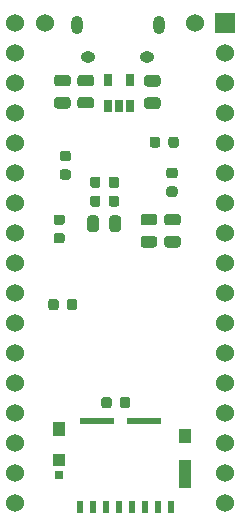
<source format=gbs>
%TF.GenerationSoftware,KiCad,Pcbnew,(5.1.10-1-10_14)*%
%TF.CreationDate,2021-05-30T00:03:35-07:00*%
%TF.ProjectId,BetsyBoard,42657473-7942-46f6-9172-642e6b696361,rev?*%
%TF.SameCoordinates,Original*%
%TF.FileFunction,Soldermask,Bot*%
%TF.FilePolarity,Negative*%
%FSLAX46Y46*%
G04 Gerber Fmt 4.6, Leading zero omitted, Abs format (unit mm)*
G04 Created by KiCad (PCBNEW (5.1.10-1-10_14)) date 2021-05-30 00:03:35*
%MOMM*%
%LPD*%
G01*
G04 APERTURE LIST*
%ADD10R,1.700000X1.700000*%
%ADD11O,1.000000X1.550000*%
%ADD12O,1.250000X0.950000*%
%ADD13R,0.650000X1.060000*%
%ADD14R,2.910000X0.550000*%
%ADD15R,1.050000X1.200000*%
%ADD16R,1.050000X1.080000*%
%ADD17R,0.720000X0.780000*%
%ADD18R,1.050000X2.390000*%
%ADD19R,0.500000X1.000000*%
%ADD20C,1.524000*%
G04 APERTURE END LIST*
D10*
%TO.C,P6*%
X124917200Y-59740800D03*
%TD*%
%TO.C,F1*%
G36*
G01*
X110718750Y-66025000D02*
X111631250Y-66025000D01*
G75*
G02*
X111875000Y-66268750I0J-243750D01*
G01*
X111875000Y-66756250D01*
G75*
G02*
X111631250Y-67000000I-243750J0D01*
G01*
X110718750Y-67000000D01*
G75*
G02*
X110475000Y-66756250I0J243750D01*
G01*
X110475000Y-66268750D01*
G75*
G02*
X110718750Y-66025000I243750J0D01*
G01*
G37*
G36*
G01*
X110718750Y-64150000D02*
X111631250Y-64150000D01*
G75*
G02*
X111875000Y-64393750I0J-243750D01*
G01*
X111875000Y-64881250D01*
G75*
G02*
X111631250Y-65125000I-243750J0D01*
G01*
X110718750Y-65125000D01*
G75*
G02*
X110475000Y-64881250I0J243750D01*
G01*
X110475000Y-64393750D01*
G75*
G02*
X110718750Y-64150000I243750J0D01*
G01*
G37*
%TD*%
D11*
%TO.C,J1*%
X112374800Y-59969400D03*
X119374800Y-59969400D03*
D12*
X113374800Y-62669400D03*
X118374800Y-62669400D03*
%TD*%
D13*
%TO.C,U1*%
X116920000Y-64620000D03*
X115020000Y-64620000D03*
X115020000Y-66820000D03*
X115970000Y-66820000D03*
X116920000Y-66820000D03*
%TD*%
%TO.C,C10*%
G36*
G01*
X120193750Y-73600000D02*
X120706250Y-73600000D01*
G75*
G02*
X120925000Y-73818750I0J-218750D01*
G01*
X120925000Y-74256250D01*
G75*
G02*
X120706250Y-74475000I-218750J0D01*
G01*
X120193750Y-74475000D01*
G75*
G02*
X119975000Y-74256250I0J218750D01*
G01*
X119975000Y-73818750D01*
G75*
G02*
X120193750Y-73600000I218750J0D01*
G01*
G37*
G36*
G01*
X120193750Y-72025000D02*
X120706250Y-72025000D01*
G75*
G02*
X120925000Y-72243750I0J-218750D01*
G01*
X120925000Y-72681250D01*
G75*
G02*
X120706250Y-72900000I-218750J0D01*
G01*
X120193750Y-72900000D01*
G75*
G02*
X119975000Y-72681250I0J218750D01*
G01*
X119975000Y-72243750D01*
G75*
G02*
X120193750Y-72025000I218750J0D01*
G01*
G37*
%TD*%
D14*
%TO.C,J2*%
X114110000Y-93465000D03*
D15*
X110880000Y-94145000D03*
D16*
X110880000Y-96755000D03*
D17*
X110905000Y-98025000D03*
D14*
X118125000Y-93465000D03*
D15*
X121530000Y-94715000D03*
D18*
X121530000Y-97905000D03*
D19*
X120355000Y-100705000D03*
X119255000Y-100705000D03*
X118155000Y-100705000D03*
X117055000Y-100705000D03*
X115955000Y-100705000D03*
X114855000Y-100705000D03*
X113755000Y-100705000D03*
X112655000Y-100705000D03*
%TD*%
%TO.C,R2*%
G36*
G01*
X120150000Y-70106250D02*
X120150000Y-69593750D01*
G75*
G02*
X120368750Y-69375000I218750J0D01*
G01*
X120806250Y-69375000D01*
G75*
G02*
X121025000Y-69593750I0J-218750D01*
G01*
X121025000Y-70106250D01*
G75*
G02*
X120806250Y-70325000I-218750J0D01*
G01*
X120368750Y-70325000D01*
G75*
G02*
X120150000Y-70106250I0J218750D01*
G01*
G37*
G36*
G01*
X118575000Y-70106250D02*
X118575000Y-69593750D01*
G75*
G02*
X118793750Y-69375000I218750J0D01*
G01*
X119231250Y-69375000D01*
G75*
G02*
X119450000Y-69593750I0J-218750D01*
G01*
X119450000Y-70106250D01*
G75*
G02*
X119231250Y-70325000I-218750J0D01*
G01*
X118793750Y-70325000D01*
G75*
G02*
X118575000Y-70106250I0J218750D01*
G01*
G37*
%TD*%
%TO.C,C15*%
G36*
G01*
X110850000Y-83343750D02*
X110850000Y-83856250D01*
G75*
G02*
X110631250Y-84075000I-218750J0D01*
G01*
X110193750Y-84075000D01*
G75*
G02*
X109975000Y-83856250I0J218750D01*
G01*
X109975000Y-83343750D01*
G75*
G02*
X110193750Y-83125000I218750J0D01*
G01*
X110631250Y-83125000D01*
G75*
G02*
X110850000Y-83343750I0J-218750D01*
G01*
G37*
G36*
G01*
X112425000Y-83343750D02*
X112425000Y-83856250D01*
G75*
G02*
X112206250Y-84075000I-218750J0D01*
G01*
X111768750Y-84075000D01*
G75*
G02*
X111550000Y-83856250I0J218750D01*
G01*
X111550000Y-83343750D01*
G75*
G02*
X111768750Y-83125000I218750J0D01*
G01*
X112206250Y-83125000D01*
G75*
G02*
X112425000Y-83343750I0J-218750D01*
G01*
G37*
%TD*%
%TO.C,C11*%
G36*
G01*
X115350000Y-91643750D02*
X115350000Y-92156250D01*
G75*
G02*
X115131250Y-92375000I-218750J0D01*
G01*
X114693750Y-92375000D01*
G75*
G02*
X114475000Y-92156250I0J218750D01*
G01*
X114475000Y-91643750D01*
G75*
G02*
X114693750Y-91425000I218750J0D01*
G01*
X115131250Y-91425000D01*
G75*
G02*
X115350000Y-91643750I0J-218750D01*
G01*
G37*
G36*
G01*
X116925000Y-91643750D02*
X116925000Y-92156250D01*
G75*
G02*
X116706250Y-92375000I-218750J0D01*
G01*
X116268750Y-92375000D01*
G75*
G02*
X116050000Y-92156250I0J218750D01*
G01*
X116050000Y-91643750D01*
G75*
G02*
X116268750Y-91425000I218750J0D01*
G01*
X116706250Y-91425000D01*
G75*
G02*
X116925000Y-91643750I0J-218750D01*
G01*
G37*
%TD*%
%TO.C,C14*%
G36*
G01*
X110643750Y-77550000D02*
X111156250Y-77550000D01*
G75*
G02*
X111375000Y-77768750I0J-218750D01*
G01*
X111375000Y-78206250D01*
G75*
G02*
X111156250Y-78425000I-218750J0D01*
G01*
X110643750Y-78425000D01*
G75*
G02*
X110425000Y-78206250I0J218750D01*
G01*
X110425000Y-77768750D01*
G75*
G02*
X110643750Y-77550000I218750J0D01*
G01*
G37*
G36*
G01*
X110643750Y-75975000D02*
X111156250Y-75975000D01*
G75*
G02*
X111375000Y-76193750I0J-218750D01*
G01*
X111375000Y-76631250D01*
G75*
G02*
X111156250Y-76850000I-218750J0D01*
G01*
X110643750Y-76850000D01*
G75*
G02*
X110425000Y-76631250I0J218750D01*
G01*
X110425000Y-76193750D01*
G75*
G02*
X110643750Y-75975000I218750J0D01*
G01*
G37*
%TD*%
%TO.C,C2*%
G36*
G01*
X118343750Y-66050000D02*
X119256250Y-66050000D01*
G75*
G02*
X119500000Y-66293750I0J-243750D01*
G01*
X119500000Y-66781250D01*
G75*
G02*
X119256250Y-67025000I-243750J0D01*
G01*
X118343750Y-67025000D01*
G75*
G02*
X118100000Y-66781250I0J243750D01*
G01*
X118100000Y-66293750D01*
G75*
G02*
X118343750Y-66050000I243750J0D01*
G01*
G37*
G36*
G01*
X118343750Y-64175000D02*
X119256250Y-64175000D01*
G75*
G02*
X119500000Y-64418750I0J-243750D01*
G01*
X119500000Y-64906250D01*
G75*
G02*
X119256250Y-65150000I-243750J0D01*
G01*
X118343750Y-65150000D01*
G75*
G02*
X118100000Y-64906250I0J243750D01*
G01*
X118100000Y-64418750D01*
G75*
G02*
X118343750Y-64175000I243750J0D01*
G01*
G37*
%TD*%
%TO.C,C13*%
G36*
G01*
X118043750Y-77800000D02*
X118956250Y-77800000D01*
G75*
G02*
X119200000Y-78043750I0J-243750D01*
G01*
X119200000Y-78531250D01*
G75*
G02*
X118956250Y-78775000I-243750J0D01*
G01*
X118043750Y-78775000D01*
G75*
G02*
X117800000Y-78531250I0J243750D01*
G01*
X117800000Y-78043750D01*
G75*
G02*
X118043750Y-77800000I243750J0D01*
G01*
G37*
G36*
G01*
X118043750Y-75925000D02*
X118956250Y-75925000D01*
G75*
G02*
X119200000Y-76168750I0J-243750D01*
G01*
X119200000Y-76656250D01*
G75*
G02*
X118956250Y-76900000I-243750J0D01*
G01*
X118043750Y-76900000D01*
G75*
G02*
X117800000Y-76656250I0J243750D01*
G01*
X117800000Y-76168750D01*
G75*
G02*
X118043750Y-75925000I243750J0D01*
G01*
G37*
%TD*%
%TO.C,C12*%
G36*
G01*
X120043750Y-77800000D02*
X120956250Y-77800000D01*
G75*
G02*
X121200000Y-78043750I0J-243750D01*
G01*
X121200000Y-78531250D01*
G75*
G02*
X120956250Y-78775000I-243750J0D01*
G01*
X120043750Y-78775000D01*
G75*
G02*
X119800000Y-78531250I0J243750D01*
G01*
X119800000Y-78043750D01*
G75*
G02*
X120043750Y-77800000I243750J0D01*
G01*
G37*
G36*
G01*
X120043750Y-75925000D02*
X120956250Y-75925000D01*
G75*
G02*
X121200000Y-76168750I0J-243750D01*
G01*
X121200000Y-76656250D01*
G75*
G02*
X120956250Y-76900000I-243750J0D01*
G01*
X120043750Y-76900000D01*
G75*
G02*
X119800000Y-76656250I0J243750D01*
G01*
X119800000Y-76168750D01*
G75*
G02*
X120043750Y-75925000I243750J0D01*
G01*
G37*
%TD*%
%TO.C,C16*%
G36*
G01*
X111163750Y-72162000D02*
X111676250Y-72162000D01*
G75*
G02*
X111895000Y-72380750I0J-218750D01*
G01*
X111895000Y-72818250D01*
G75*
G02*
X111676250Y-73037000I-218750J0D01*
G01*
X111163750Y-73037000D01*
G75*
G02*
X110945000Y-72818250I0J218750D01*
G01*
X110945000Y-72380750D01*
G75*
G02*
X111163750Y-72162000I218750J0D01*
G01*
G37*
G36*
G01*
X111163750Y-70587000D02*
X111676250Y-70587000D01*
G75*
G02*
X111895000Y-70805750I0J-218750D01*
G01*
X111895000Y-71243250D01*
G75*
G02*
X111676250Y-71462000I-218750J0D01*
G01*
X111163750Y-71462000D01*
G75*
G02*
X110945000Y-71243250I0J218750D01*
G01*
X110945000Y-70805750D01*
G75*
G02*
X111163750Y-70587000I218750J0D01*
G01*
G37*
%TD*%
%TO.C,C6*%
G36*
G01*
X115100000Y-75106250D02*
X115100000Y-74593750D01*
G75*
G02*
X115318750Y-74375000I218750J0D01*
G01*
X115756250Y-74375000D01*
G75*
G02*
X115975000Y-74593750I0J-218750D01*
G01*
X115975000Y-75106250D01*
G75*
G02*
X115756250Y-75325000I-218750J0D01*
G01*
X115318750Y-75325000D01*
G75*
G02*
X115100000Y-75106250I0J218750D01*
G01*
G37*
G36*
G01*
X113525000Y-75106250D02*
X113525000Y-74593750D01*
G75*
G02*
X113743750Y-74375000I218750J0D01*
G01*
X114181250Y-74375000D01*
G75*
G02*
X114400000Y-74593750I0J-218750D01*
G01*
X114400000Y-75106250D01*
G75*
G02*
X114181250Y-75325000I-218750J0D01*
G01*
X113743750Y-75325000D01*
G75*
G02*
X113525000Y-75106250I0J218750D01*
G01*
G37*
%TD*%
%TO.C,C5*%
G36*
G01*
X115100000Y-73506250D02*
X115100000Y-72993750D01*
G75*
G02*
X115318750Y-72775000I218750J0D01*
G01*
X115756250Y-72775000D01*
G75*
G02*
X115975000Y-72993750I0J-218750D01*
G01*
X115975000Y-73506250D01*
G75*
G02*
X115756250Y-73725000I-218750J0D01*
G01*
X115318750Y-73725000D01*
G75*
G02*
X115100000Y-73506250I0J218750D01*
G01*
G37*
G36*
G01*
X113525000Y-73506250D02*
X113525000Y-72993750D01*
G75*
G02*
X113743750Y-72775000I218750J0D01*
G01*
X114181250Y-72775000D01*
G75*
G02*
X114400000Y-72993750I0J-218750D01*
G01*
X114400000Y-73506250D01*
G75*
G02*
X114181250Y-73725000I-218750J0D01*
G01*
X113743750Y-73725000D01*
G75*
G02*
X113525000Y-73506250I0J218750D01*
G01*
G37*
%TD*%
%TO.C,FB2*%
G36*
G01*
X115150000Y-77206250D02*
X115150000Y-76293750D01*
G75*
G02*
X115393750Y-76050000I243750J0D01*
G01*
X115881250Y-76050000D01*
G75*
G02*
X116125000Y-76293750I0J-243750D01*
G01*
X116125000Y-77206250D01*
G75*
G02*
X115881250Y-77450000I-243750J0D01*
G01*
X115393750Y-77450000D01*
G75*
G02*
X115150000Y-77206250I0J243750D01*
G01*
G37*
G36*
G01*
X113275000Y-77206250D02*
X113275000Y-76293750D01*
G75*
G02*
X113518750Y-76050000I243750J0D01*
G01*
X114006250Y-76050000D01*
G75*
G02*
X114250000Y-76293750I0J-243750D01*
G01*
X114250000Y-77206250D01*
G75*
G02*
X114006250Y-77450000I-243750J0D01*
G01*
X113518750Y-77450000D01*
G75*
G02*
X113275000Y-77206250I0J243750D01*
G01*
G37*
%TD*%
%TO.C,C1*%
G36*
G01*
X113606250Y-65120000D02*
X112693750Y-65120000D01*
G75*
G02*
X112450000Y-64876250I0J243750D01*
G01*
X112450000Y-64388750D01*
G75*
G02*
X112693750Y-64145000I243750J0D01*
G01*
X113606250Y-64145000D01*
G75*
G02*
X113850000Y-64388750I0J-243750D01*
G01*
X113850000Y-64876250D01*
G75*
G02*
X113606250Y-65120000I-243750J0D01*
G01*
G37*
G36*
G01*
X113606250Y-66995000D02*
X112693750Y-66995000D01*
G75*
G02*
X112450000Y-66751250I0J243750D01*
G01*
X112450000Y-66263750D01*
G75*
G02*
X112693750Y-66020000I243750J0D01*
G01*
X113606250Y-66020000D01*
G75*
G02*
X113850000Y-66263750I0J-243750D01*
G01*
X113850000Y-66751250D01*
G75*
G02*
X113606250Y-66995000I-243750J0D01*
G01*
G37*
%TD*%
D20*
%TO.C,P4*%
X107140000Y-62280000D03*
X107140000Y-64820000D03*
X107140000Y-67360000D03*
X107140000Y-69900000D03*
X107140000Y-72440000D03*
X107140000Y-74980000D03*
X107140000Y-77520000D03*
X107140000Y-80060000D03*
X107140000Y-82600000D03*
X107140000Y-85140000D03*
X107140000Y-87680000D03*
X107140000Y-90220000D03*
X107140000Y-92760000D03*
X107140000Y-95300000D03*
X107140000Y-97840000D03*
X107140000Y-100380000D03*
%TD*%
%TO.C,P5*%
X124920000Y-100380000D03*
X124920000Y-97840000D03*
X124920000Y-95300000D03*
X124920000Y-92760000D03*
X124920000Y-90220000D03*
X124920000Y-87680000D03*
X124920000Y-85140000D03*
X124920000Y-82600000D03*
X124920000Y-80060000D03*
X124920000Y-77520000D03*
X124920000Y-74980000D03*
X124920000Y-72440000D03*
X124920000Y-69900000D03*
X124920000Y-67360000D03*
X124920000Y-64820000D03*
X124920000Y-62280000D03*
%TD*%
%TO.C,P1*%
X109680000Y-59740000D03*
%TD*%
%TO.C,P7*%
X122377200Y-59740800D03*
%TD*%
%TO.C,P2*%
X107140000Y-59740000D03*
%TD*%
M02*

</source>
